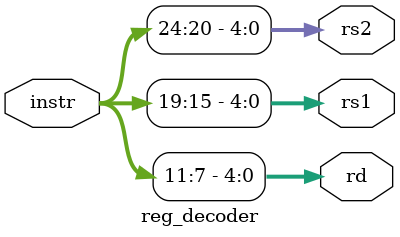
<source format=v>
module reg_decoder(
	input [31:0] instr,
	output [4:0] rd,
	output [4:0] rs1,
	output [4:0] rs2);

	assign rs1 = instr[19:15];
	assign rs2 = instr[24:20];
	assign rd = instr[11:7];

endmodule

</source>
